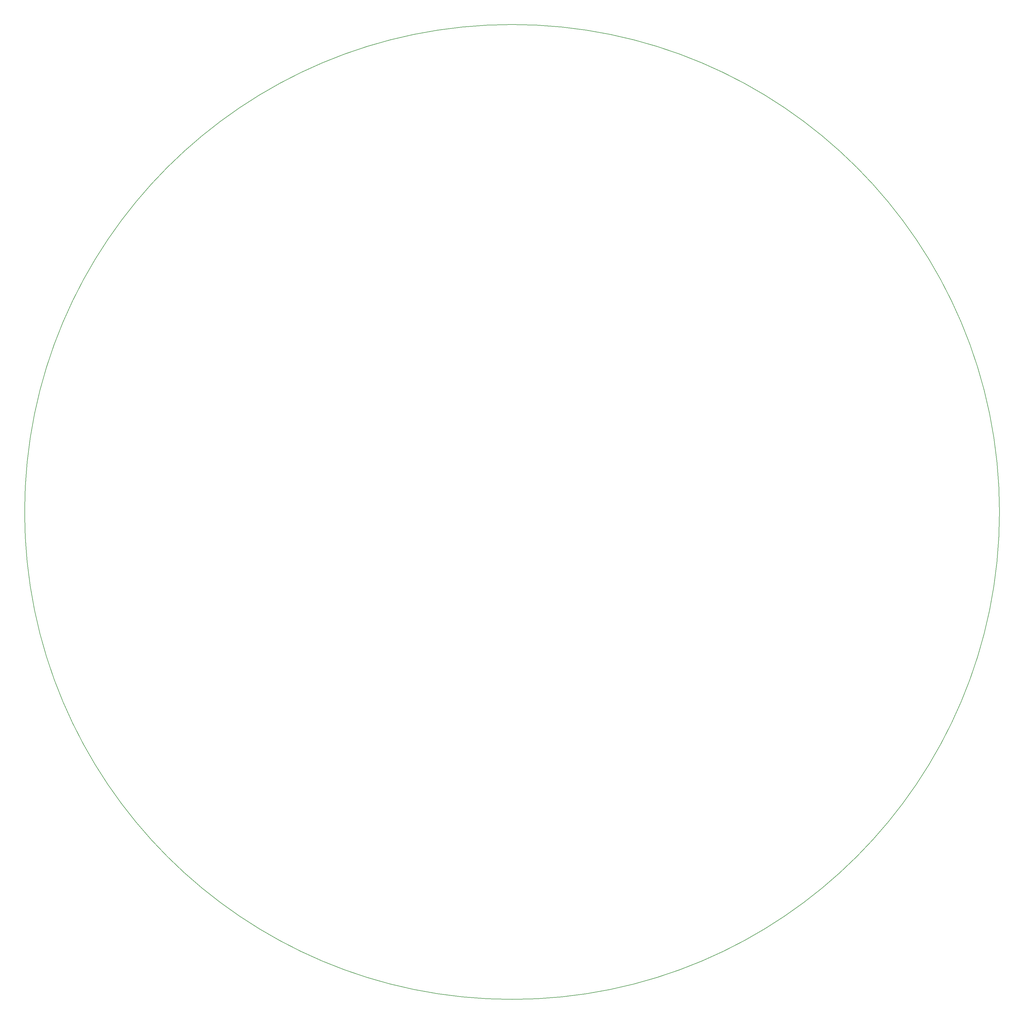
<source format=gbr>
G04 DipTrace 2.3.1.0*
%INBoardOutline  58742 rev4 Onyx Blackpoint Engineering.gbr*%
%MOIN*%
%ADD11C,0.006*%
%FSLAX44Y44*%
G04*
G70*
G90*
G75*
G01*
%LNBoardOutline*%
%LPD*%
X125987Y64964D2*
D11*
G02X3940Y64964I-61024J0D01*
G01*
G02X125987Y64964I61024J0D01*
G01*
D3*
M02*

</source>
